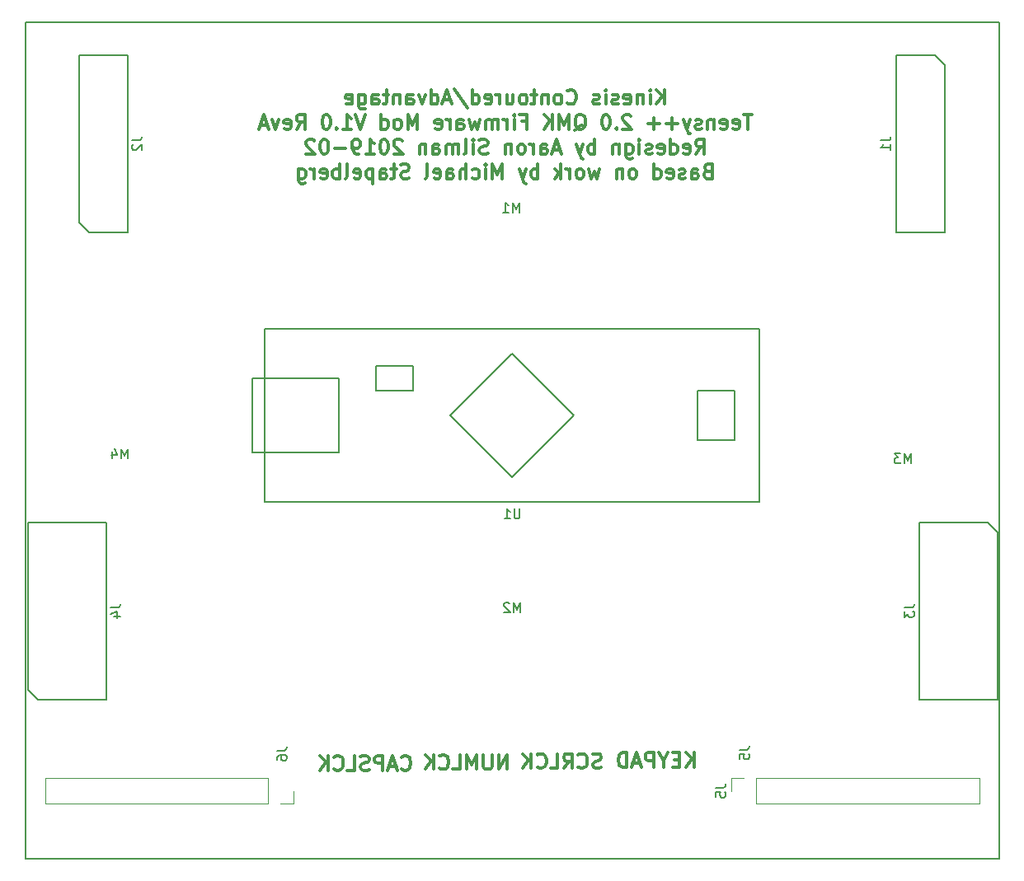
<source format=gbo>
%TF.GenerationSoftware,KiCad,Pcbnew,(5.0.2)-1*%
%TF.CreationDate,2019-02-27T18:32:07-08:00*%
%TF.ProjectId,kicad_port,6b696361-645f-4706-9f72-742e6b696361,rev?*%
%TF.SameCoordinates,Original*%
%TF.FileFunction,Legend,Bot*%
%TF.FilePolarity,Positive*%
%FSLAX46Y46*%
G04 Gerber Fmt 4.6, Leading zero omitted, Abs format (unit mm)*
G04 Created by KiCad (PCBNEW (5.0.2)-1) date 2/27/2019 6:32:07 PM*
%MOMM*%
%LPD*%
G01*
G04 APERTURE LIST*
%ADD10C,0.300000*%
%ADD11C,0.200000*%
%ADD12C,0.150000*%
%ADD13C,0.120000*%
G04 APERTURE END LIST*
D10*
X138650000Y-126735714D02*
X138721428Y-126807142D01*
X138935714Y-126878571D01*
X139078571Y-126878571D01*
X139292857Y-126807142D01*
X139435714Y-126664285D01*
X139507142Y-126521428D01*
X139578571Y-126235714D01*
X139578571Y-126021428D01*
X139507142Y-125735714D01*
X139435714Y-125592857D01*
X139292857Y-125450000D01*
X139078571Y-125378571D01*
X138935714Y-125378571D01*
X138721428Y-125450000D01*
X138650000Y-125521428D01*
X138078571Y-126450000D02*
X137364285Y-126450000D01*
X138221428Y-126878571D02*
X137721428Y-125378571D01*
X137221428Y-126878571D01*
X136721428Y-126878571D02*
X136721428Y-125378571D01*
X136150000Y-125378571D01*
X136007142Y-125450000D01*
X135935714Y-125521428D01*
X135864285Y-125664285D01*
X135864285Y-125878571D01*
X135935714Y-126021428D01*
X136007142Y-126092857D01*
X136150000Y-126164285D01*
X136721428Y-126164285D01*
X135292857Y-126807142D02*
X135078571Y-126878571D01*
X134721428Y-126878571D01*
X134578571Y-126807142D01*
X134507142Y-126735714D01*
X134435714Y-126592857D01*
X134435714Y-126450000D01*
X134507142Y-126307142D01*
X134578571Y-126235714D01*
X134721428Y-126164285D01*
X135007142Y-126092857D01*
X135150000Y-126021428D01*
X135221428Y-125950000D01*
X135292857Y-125807142D01*
X135292857Y-125664285D01*
X135221428Y-125521428D01*
X135150000Y-125450000D01*
X135007142Y-125378571D01*
X134650000Y-125378571D01*
X134435714Y-125450000D01*
X133078571Y-126878571D02*
X133792857Y-126878571D01*
X133792857Y-125378571D01*
X131721428Y-126735714D02*
X131792857Y-126807142D01*
X132007142Y-126878571D01*
X132150000Y-126878571D01*
X132364285Y-126807142D01*
X132507142Y-126664285D01*
X132578571Y-126521428D01*
X132650000Y-126235714D01*
X132650000Y-126021428D01*
X132578571Y-125735714D01*
X132507142Y-125592857D01*
X132364285Y-125450000D01*
X132150000Y-125378571D01*
X132007142Y-125378571D01*
X131792857Y-125450000D01*
X131721428Y-125521428D01*
X131078571Y-126878571D02*
X131078571Y-125378571D01*
X130221428Y-126878571D02*
X130864285Y-126021428D01*
X130221428Y-125378571D02*
X131078571Y-126235714D01*
X149478571Y-126778571D02*
X149478571Y-125278571D01*
X148621428Y-126778571D01*
X148621428Y-125278571D01*
X147907142Y-125278571D02*
X147907142Y-126492857D01*
X147835714Y-126635714D01*
X147764285Y-126707142D01*
X147621428Y-126778571D01*
X147335714Y-126778571D01*
X147192857Y-126707142D01*
X147121428Y-126635714D01*
X147050000Y-126492857D01*
X147050000Y-125278571D01*
X146335714Y-126778571D02*
X146335714Y-125278571D01*
X145835714Y-126350000D01*
X145335714Y-125278571D01*
X145335714Y-126778571D01*
X143907142Y-126778571D02*
X144621428Y-126778571D01*
X144621428Y-125278571D01*
X142550000Y-126635714D02*
X142621428Y-126707142D01*
X142835714Y-126778571D01*
X142978571Y-126778571D01*
X143192857Y-126707142D01*
X143335714Y-126564285D01*
X143407142Y-126421428D01*
X143478571Y-126135714D01*
X143478571Y-125921428D01*
X143407142Y-125635714D01*
X143335714Y-125492857D01*
X143192857Y-125350000D01*
X142978571Y-125278571D01*
X142835714Y-125278571D01*
X142621428Y-125350000D01*
X142550000Y-125421428D01*
X141907142Y-126778571D02*
X141907142Y-125278571D01*
X141050000Y-126778571D02*
X141692857Y-125921428D01*
X141050000Y-125278571D02*
X141907142Y-126135714D01*
X159135714Y-126607142D02*
X158921428Y-126678571D01*
X158564285Y-126678571D01*
X158421428Y-126607142D01*
X158350000Y-126535714D01*
X158278571Y-126392857D01*
X158278571Y-126250000D01*
X158350000Y-126107142D01*
X158421428Y-126035714D01*
X158564285Y-125964285D01*
X158850000Y-125892857D01*
X158992857Y-125821428D01*
X159064285Y-125750000D01*
X159135714Y-125607142D01*
X159135714Y-125464285D01*
X159064285Y-125321428D01*
X158992857Y-125250000D01*
X158850000Y-125178571D01*
X158492857Y-125178571D01*
X158278571Y-125250000D01*
X156778571Y-126535714D02*
X156850000Y-126607142D01*
X157064285Y-126678571D01*
X157207142Y-126678571D01*
X157421428Y-126607142D01*
X157564285Y-126464285D01*
X157635714Y-126321428D01*
X157707142Y-126035714D01*
X157707142Y-125821428D01*
X157635714Y-125535714D01*
X157564285Y-125392857D01*
X157421428Y-125250000D01*
X157207142Y-125178571D01*
X157064285Y-125178571D01*
X156850000Y-125250000D01*
X156778571Y-125321428D01*
X155278571Y-126678571D02*
X155778571Y-125964285D01*
X156135714Y-126678571D02*
X156135714Y-125178571D01*
X155564285Y-125178571D01*
X155421428Y-125250000D01*
X155350000Y-125321428D01*
X155278571Y-125464285D01*
X155278571Y-125678571D01*
X155350000Y-125821428D01*
X155421428Y-125892857D01*
X155564285Y-125964285D01*
X156135714Y-125964285D01*
X153921428Y-126678571D02*
X154635714Y-126678571D01*
X154635714Y-125178571D01*
X152564285Y-126535714D02*
X152635714Y-126607142D01*
X152850000Y-126678571D01*
X152992857Y-126678571D01*
X153207142Y-126607142D01*
X153350000Y-126464285D01*
X153421428Y-126321428D01*
X153492857Y-126035714D01*
X153492857Y-125821428D01*
X153421428Y-125535714D01*
X153350000Y-125392857D01*
X153207142Y-125250000D01*
X152992857Y-125178571D01*
X152850000Y-125178571D01*
X152635714Y-125250000D01*
X152564285Y-125321428D01*
X151921428Y-126678571D02*
X151921428Y-125178571D01*
X151064285Y-126678571D02*
X151707142Y-125821428D01*
X151064285Y-125178571D02*
X151921428Y-126035714D01*
X168657142Y-126578571D02*
X168657142Y-125078571D01*
X167800000Y-126578571D02*
X168442857Y-125721428D01*
X167800000Y-125078571D02*
X168657142Y-125935714D01*
X167157142Y-125792857D02*
X166657142Y-125792857D01*
X166442857Y-126578571D02*
X167157142Y-126578571D01*
X167157142Y-125078571D01*
X166442857Y-125078571D01*
X165514285Y-125864285D02*
X165514285Y-126578571D01*
X166014285Y-125078571D02*
X165514285Y-125864285D01*
X165014285Y-125078571D01*
X164514285Y-126578571D02*
X164514285Y-125078571D01*
X163942857Y-125078571D01*
X163800000Y-125150000D01*
X163728571Y-125221428D01*
X163657142Y-125364285D01*
X163657142Y-125578571D01*
X163728571Y-125721428D01*
X163800000Y-125792857D01*
X163942857Y-125864285D01*
X164514285Y-125864285D01*
X163085714Y-126150000D02*
X162371428Y-126150000D01*
X163228571Y-126578571D02*
X162728571Y-125078571D01*
X162228571Y-126578571D01*
X161728571Y-126578571D02*
X161728571Y-125078571D01*
X161371428Y-125078571D01*
X161157142Y-125150000D01*
X161014285Y-125292857D01*
X160942857Y-125435714D01*
X160871428Y-125721428D01*
X160871428Y-125935714D01*
X160942857Y-126221428D01*
X161014285Y-126364285D01*
X161157142Y-126507142D01*
X161371428Y-126578571D01*
X161728571Y-126578571D01*
X165657142Y-58453571D02*
X165657142Y-56953571D01*
X164800000Y-58453571D02*
X165442857Y-57596428D01*
X164800000Y-56953571D02*
X165657142Y-57810714D01*
X164157142Y-58453571D02*
X164157142Y-57453571D01*
X164157142Y-56953571D02*
X164228571Y-57025000D01*
X164157142Y-57096428D01*
X164085714Y-57025000D01*
X164157142Y-56953571D01*
X164157142Y-57096428D01*
X163442857Y-57453571D02*
X163442857Y-58453571D01*
X163442857Y-57596428D02*
X163371428Y-57525000D01*
X163228571Y-57453571D01*
X163014285Y-57453571D01*
X162871428Y-57525000D01*
X162800000Y-57667857D01*
X162800000Y-58453571D01*
X161514285Y-58382142D02*
X161657142Y-58453571D01*
X161942857Y-58453571D01*
X162085714Y-58382142D01*
X162157142Y-58239285D01*
X162157142Y-57667857D01*
X162085714Y-57525000D01*
X161942857Y-57453571D01*
X161657142Y-57453571D01*
X161514285Y-57525000D01*
X161442857Y-57667857D01*
X161442857Y-57810714D01*
X162157142Y-57953571D01*
X160871428Y-58382142D02*
X160728571Y-58453571D01*
X160442857Y-58453571D01*
X160300000Y-58382142D01*
X160228571Y-58239285D01*
X160228571Y-58167857D01*
X160300000Y-58025000D01*
X160442857Y-57953571D01*
X160657142Y-57953571D01*
X160800000Y-57882142D01*
X160871428Y-57739285D01*
X160871428Y-57667857D01*
X160800000Y-57525000D01*
X160657142Y-57453571D01*
X160442857Y-57453571D01*
X160300000Y-57525000D01*
X159585714Y-58453571D02*
X159585714Y-57453571D01*
X159585714Y-56953571D02*
X159657142Y-57025000D01*
X159585714Y-57096428D01*
X159514285Y-57025000D01*
X159585714Y-56953571D01*
X159585714Y-57096428D01*
X158942857Y-58382142D02*
X158800000Y-58453571D01*
X158514285Y-58453571D01*
X158371428Y-58382142D01*
X158300000Y-58239285D01*
X158300000Y-58167857D01*
X158371428Y-58025000D01*
X158514285Y-57953571D01*
X158728571Y-57953571D01*
X158871428Y-57882142D01*
X158942857Y-57739285D01*
X158942857Y-57667857D01*
X158871428Y-57525000D01*
X158728571Y-57453571D01*
X158514285Y-57453571D01*
X158371428Y-57525000D01*
X155657142Y-58310714D02*
X155728571Y-58382142D01*
X155942857Y-58453571D01*
X156085714Y-58453571D01*
X156300000Y-58382142D01*
X156442857Y-58239285D01*
X156514285Y-58096428D01*
X156585714Y-57810714D01*
X156585714Y-57596428D01*
X156514285Y-57310714D01*
X156442857Y-57167857D01*
X156300000Y-57025000D01*
X156085714Y-56953571D01*
X155942857Y-56953571D01*
X155728571Y-57025000D01*
X155657142Y-57096428D01*
X154800000Y-58453571D02*
X154942857Y-58382142D01*
X155014285Y-58310714D01*
X155085714Y-58167857D01*
X155085714Y-57739285D01*
X155014285Y-57596428D01*
X154942857Y-57525000D01*
X154800000Y-57453571D01*
X154585714Y-57453571D01*
X154442857Y-57525000D01*
X154371428Y-57596428D01*
X154300000Y-57739285D01*
X154300000Y-58167857D01*
X154371428Y-58310714D01*
X154442857Y-58382142D01*
X154585714Y-58453571D01*
X154800000Y-58453571D01*
X153657142Y-57453571D02*
X153657142Y-58453571D01*
X153657142Y-57596428D02*
X153585714Y-57525000D01*
X153442857Y-57453571D01*
X153228571Y-57453571D01*
X153085714Y-57525000D01*
X153014285Y-57667857D01*
X153014285Y-58453571D01*
X152514285Y-57453571D02*
X151942857Y-57453571D01*
X152300000Y-56953571D02*
X152300000Y-58239285D01*
X152228571Y-58382142D01*
X152085714Y-58453571D01*
X151942857Y-58453571D01*
X151228571Y-58453571D02*
X151371428Y-58382142D01*
X151442857Y-58310714D01*
X151514285Y-58167857D01*
X151514285Y-57739285D01*
X151442857Y-57596428D01*
X151371428Y-57525000D01*
X151228571Y-57453571D01*
X151014285Y-57453571D01*
X150871428Y-57525000D01*
X150800000Y-57596428D01*
X150728571Y-57739285D01*
X150728571Y-58167857D01*
X150800000Y-58310714D01*
X150871428Y-58382142D01*
X151014285Y-58453571D01*
X151228571Y-58453571D01*
X149442857Y-57453571D02*
X149442857Y-58453571D01*
X150085714Y-57453571D02*
X150085714Y-58239285D01*
X150014285Y-58382142D01*
X149871428Y-58453571D01*
X149657142Y-58453571D01*
X149514285Y-58382142D01*
X149442857Y-58310714D01*
X148728571Y-58453571D02*
X148728571Y-57453571D01*
X148728571Y-57739285D02*
X148657142Y-57596428D01*
X148585714Y-57525000D01*
X148442857Y-57453571D01*
X148300000Y-57453571D01*
X147228571Y-58382142D02*
X147371428Y-58453571D01*
X147657142Y-58453571D01*
X147800000Y-58382142D01*
X147871428Y-58239285D01*
X147871428Y-57667857D01*
X147800000Y-57525000D01*
X147657142Y-57453571D01*
X147371428Y-57453571D01*
X147228571Y-57525000D01*
X147157142Y-57667857D01*
X147157142Y-57810714D01*
X147871428Y-57953571D01*
X145871428Y-58453571D02*
X145871428Y-56953571D01*
X145871428Y-58382142D02*
X146014285Y-58453571D01*
X146300000Y-58453571D01*
X146442857Y-58382142D01*
X146514285Y-58310714D01*
X146585714Y-58167857D01*
X146585714Y-57739285D01*
X146514285Y-57596428D01*
X146442857Y-57525000D01*
X146300000Y-57453571D01*
X146014285Y-57453571D01*
X145871428Y-57525000D01*
X144085714Y-56882142D02*
X145371428Y-58810714D01*
X143657142Y-58025000D02*
X142942857Y-58025000D01*
X143800000Y-58453571D02*
X143300000Y-56953571D01*
X142800000Y-58453571D01*
X141657142Y-58453571D02*
X141657142Y-56953571D01*
X141657142Y-58382142D02*
X141800000Y-58453571D01*
X142085714Y-58453571D01*
X142228571Y-58382142D01*
X142300000Y-58310714D01*
X142371428Y-58167857D01*
X142371428Y-57739285D01*
X142300000Y-57596428D01*
X142228571Y-57525000D01*
X142085714Y-57453571D01*
X141800000Y-57453571D01*
X141657142Y-57525000D01*
X141085714Y-57453571D02*
X140728571Y-58453571D01*
X140371428Y-57453571D01*
X139157142Y-58453571D02*
X139157142Y-57667857D01*
X139228571Y-57525000D01*
X139371428Y-57453571D01*
X139657142Y-57453571D01*
X139800000Y-57525000D01*
X139157142Y-58382142D02*
X139300000Y-58453571D01*
X139657142Y-58453571D01*
X139800000Y-58382142D01*
X139871428Y-58239285D01*
X139871428Y-58096428D01*
X139800000Y-57953571D01*
X139657142Y-57882142D01*
X139300000Y-57882142D01*
X139157142Y-57810714D01*
X138442857Y-57453571D02*
X138442857Y-58453571D01*
X138442857Y-57596428D02*
X138371428Y-57525000D01*
X138228571Y-57453571D01*
X138014285Y-57453571D01*
X137871428Y-57525000D01*
X137800000Y-57667857D01*
X137800000Y-58453571D01*
X137300000Y-57453571D02*
X136728571Y-57453571D01*
X137085714Y-56953571D02*
X137085714Y-58239285D01*
X137014285Y-58382142D01*
X136871428Y-58453571D01*
X136728571Y-58453571D01*
X135585714Y-58453571D02*
X135585714Y-57667857D01*
X135657142Y-57525000D01*
X135800000Y-57453571D01*
X136085714Y-57453571D01*
X136228571Y-57525000D01*
X135585714Y-58382142D02*
X135728571Y-58453571D01*
X136085714Y-58453571D01*
X136228571Y-58382142D01*
X136300000Y-58239285D01*
X136300000Y-58096428D01*
X136228571Y-57953571D01*
X136085714Y-57882142D01*
X135728571Y-57882142D01*
X135585714Y-57810714D01*
X134228571Y-57453571D02*
X134228571Y-58667857D01*
X134300000Y-58810714D01*
X134371428Y-58882142D01*
X134514285Y-58953571D01*
X134728571Y-58953571D01*
X134871428Y-58882142D01*
X134228571Y-58382142D02*
X134371428Y-58453571D01*
X134657142Y-58453571D01*
X134800000Y-58382142D01*
X134871428Y-58310714D01*
X134942857Y-58167857D01*
X134942857Y-57739285D01*
X134871428Y-57596428D01*
X134800000Y-57525000D01*
X134657142Y-57453571D01*
X134371428Y-57453571D01*
X134228571Y-57525000D01*
X132942857Y-58382142D02*
X133085714Y-58453571D01*
X133371428Y-58453571D01*
X133514285Y-58382142D01*
X133585714Y-58239285D01*
X133585714Y-57667857D01*
X133514285Y-57525000D01*
X133371428Y-57453571D01*
X133085714Y-57453571D01*
X132942857Y-57525000D01*
X132871428Y-57667857D01*
X132871428Y-57810714D01*
X133585714Y-57953571D01*
X174621428Y-59503571D02*
X173764285Y-59503571D01*
X174192857Y-61003571D02*
X174192857Y-59503571D01*
X172692857Y-60932142D02*
X172835714Y-61003571D01*
X173121428Y-61003571D01*
X173264285Y-60932142D01*
X173335714Y-60789285D01*
X173335714Y-60217857D01*
X173264285Y-60075000D01*
X173121428Y-60003571D01*
X172835714Y-60003571D01*
X172692857Y-60075000D01*
X172621428Y-60217857D01*
X172621428Y-60360714D01*
X173335714Y-60503571D01*
X171407142Y-60932142D02*
X171550000Y-61003571D01*
X171835714Y-61003571D01*
X171978571Y-60932142D01*
X172050000Y-60789285D01*
X172050000Y-60217857D01*
X171978571Y-60075000D01*
X171835714Y-60003571D01*
X171550000Y-60003571D01*
X171407142Y-60075000D01*
X171335714Y-60217857D01*
X171335714Y-60360714D01*
X172050000Y-60503571D01*
X170692857Y-60003571D02*
X170692857Y-61003571D01*
X170692857Y-60146428D02*
X170621428Y-60075000D01*
X170478571Y-60003571D01*
X170264285Y-60003571D01*
X170121428Y-60075000D01*
X170050000Y-60217857D01*
X170050000Y-61003571D01*
X169407142Y-60932142D02*
X169264285Y-61003571D01*
X168978571Y-61003571D01*
X168835714Y-60932142D01*
X168764285Y-60789285D01*
X168764285Y-60717857D01*
X168835714Y-60575000D01*
X168978571Y-60503571D01*
X169192857Y-60503571D01*
X169335714Y-60432142D01*
X169407142Y-60289285D01*
X169407142Y-60217857D01*
X169335714Y-60075000D01*
X169192857Y-60003571D01*
X168978571Y-60003571D01*
X168835714Y-60075000D01*
X168264285Y-60003571D02*
X167907142Y-61003571D01*
X167550000Y-60003571D02*
X167907142Y-61003571D01*
X168050000Y-61360714D01*
X168121428Y-61432142D01*
X168264285Y-61503571D01*
X166978571Y-60432142D02*
X165835714Y-60432142D01*
X166407142Y-61003571D02*
X166407142Y-59860714D01*
X165121428Y-60432142D02*
X163978571Y-60432142D01*
X164550000Y-61003571D02*
X164550000Y-59860714D01*
X162192857Y-59646428D02*
X162121428Y-59575000D01*
X161978571Y-59503571D01*
X161621428Y-59503571D01*
X161478571Y-59575000D01*
X161407142Y-59646428D01*
X161335714Y-59789285D01*
X161335714Y-59932142D01*
X161407142Y-60146428D01*
X162264285Y-61003571D01*
X161335714Y-61003571D01*
X160692857Y-60860714D02*
X160621428Y-60932142D01*
X160692857Y-61003571D01*
X160764285Y-60932142D01*
X160692857Y-60860714D01*
X160692857Y-61003571D01*
X159692857Y-59503571D02*
X159550000Y-59503571D01*
X159407142Y-59575000D01*
X159335714Y-59646428D01*
X159264285Y-59789285D01*
X159192857Y-60075000D01*
X159192857Y-60432142D01*
X159264285Y-60717857D01*
X159335714Y-60860714D01*
X159407142Y-60932142D01*
X159550000Y-61003571D01*
X159692857Y-61003571D01*
X159835714Y-60932142D01*
X159907142Y-60860714D01*
X159978571Y-60717857D01*
X160050000Y-60432142D01*
X160050000Y-60075000D01*
X159978571Y-59789285D01*
X159907142Y-59646428D01*
X159835714Y-59575000D01*
X159692857Y-59503571D01*
X156407142Y-61146428D02*
X156550000Y-61075000D01*
X156692857Y-60932142D01*
X156907142Y-60717857D01*
X157050000Y-60646428D01*
X157192857Y-60646428D01*
X157121428Y-61003571D02*
X157264285Y-60932142D01*
X157407142Y-60789285D01*
X157478571Y-60503571D01*
X157478571Y-60003571D01*
X157407142Y-59717857D01*
X157264285Y-59575000D01*
X157121428Y-59503571D01*
X156835714Y-59503571D01*
X156692857Y-59575000D01*
X156550000Y-59717857D01*
X156478571Y-60003571D01*
X156478571Y-60503571D01*
X156550000Y-60789285D01*
X156692857Y-60932142D01*
X156835714Y-61003571D01*
X157121428Y-61003571D01*
X155835714Y-61003571D02*
X155835714Y-59503571D01*
X155335714Y-60575000D01*
X154835714Y-59503571D01*
X154835714Y-61003571D01*
X154121428Y-61003571D02*
X154121428Y-59503571D01*
X153264285Y-61003571D02*
X153907142Y-60146428D01*
X153264285Y-59503571D02*
X154121428Y-60360714D01*
X150978571Y-60217857D02*
X151478571Y-60217857D01*
X151478571Y-61003571D02*
X151478571Y-59503571D01*
X150764285Y-59503571D01*
X150192857Y-61003571D02*
X150192857Y-60003571D01*
X150192857Y-59503571D02*
X150264285Y-59575000D01*
X150192857Y-59646428D01*
X150121428Y-59575000D01*
X150192857Y-59503571D01*
X150192857Y-59646428D01*
X149478571Y-61003571D02*
X149478571Y-60003571D01*
X149478571Y-60289285D02*
X149407142Y-60146428D01*
X149335714Y-60075000D01*
X149192857Y-60003571D01*
X149050000Y-60003571D01*
X148550000Y-61003571D02*
X148550000Y-60003571D01*
X148550000Y-60146428D02*
X148478571Y-60075000D01*
X148335714Y-60003571D01*
X148121428Y-60003571D01*
X147978571Y-60075000D01*
X147907142Y-60217857D01*
X147907142Y-61003571D01*
X147907142Y-60217857D02*
X147835714Y-60075000D01*
X147692857Y-60003571D01*
X147478571Y-60003571D01*
X147335714Y-60075000D01*
X147264285Y-60217857D01*
X147264285Y-61003571D01*
X146692857Y-60003571D02*
X146407142Y-61003571D01*
X146121428Y-60289285D01*
X145835714Y-61003571D01*
X145550000Y-60003571D01*
X144335714Y-61003571D02*
X144335714Y-60217857D01*
X144407142Y-60075000D01*
X144550000Y-60003571D01*
X144835714Y-60003571D01*
X144978571Y-60075000D01*
X144335714Y-60932142D02*
X144478571Y-61003571D01*
X144835714Y-61003571D01*
X144978571Y-60932142D01*
X145050000Y-60789285D01*
X145050000Y-60646428D01*
X144978571Y-60503571D01*
X144835714Y-60432142D01*
X144478571Y-60432142D01*
X144335714Y-60360714D01*
X143621428Y-61003571D02*
X143621428Y-60003571D01*
X143621428Y-60289285D02*
X143550000Y-60146428D01*
X143478571Y-60075000D01*
X143335714Y-60003571D01*
X143192857Y-60003571D01*
X142121428Y-60932142D02*
X142264285Y-61003571D01*
X142550000Y-61003571D01*
X142692857Y-60932142D01*
X142764285Y-60789285D01*
X142764285Y-60217857D01*
X142692857Y-60075000D01*
X142550000Y-60003571D01*
X142264285Y-60003571D01*
X142121428Y-60075000D01*
X142050000Y-60217857D01*
X142050000Y-60360714D01*
X142764285Y-60503571D01*
X140264285Y-61003571D02*
X140264285Y-59503571D01*
X139764285Y-60575000D01*
X139264285Y-59503571D01*
X139264285Y-61003571D01*
X138335714Y-61003571D02*
X138478571Y-60932142D01*
X138550000Y-60860714D01*
X138621428Y-60717857D01*
X138621428Y-60289285D01*
X138550000Y-60146428D01*
X138478571Y-60075000D01*
X138335714Y-60003571D01*
X138121428Y-60003571D01*
X137978571Y-60075000D01*
X137907142Y-60146428D01*
X137835714Y-60289285D01*
X137835714Y-60717857D01*
X137907142Y-60860714D01*
X137978571Y-60932142D01*
X138121428Y-61003571D01*
X138335714Y-61003571D01*
X136550000Y-61003571D02*
X136550000Y-59503571D01*
X136550000Y-60932142D02*
X136692857Y-61003571D01*
X136978571Y-61003571D01*
X137121428Y-60932142D01*
X137192857Y-60860714D01*
X137264285Y-60717857D01*
X137264285Y-60289285D01*
X137192857Y-60146428D01*
X137121428Y-60075000D01*
X136978571Y-60003571D01*
X136692857Y-60003571D01*
X136550000Y-60075000D01*
X134907142Y-59503571D02*
X134407142Y-61003571D01*
X133907142Y-59503571D01*
X132621428Y-61003571D02*
X133478571Y-61003571D01*
X133050000Y-61003571D02*
X133050000Y-59503571D01*
X133192857Y-59717857D01*
X133335714Y-59860714D01*
X133478571Y-59932142D01*
X131978571Y-60860714D02*
X131907142Y-60932142D01*
X131978571Y-61003571D01*
X132050000Y-60932142D01*
X131978571Y-60860714D01*
X131978571Y-61003571D01*
X130978571Y-59503571D02*
X130835714Y-59503571D01*
X130692857Y-59575000D01*
X130621428Y-59646428D01*
X130550000Y-59789285D01*
X130478571Y-60075000D01*
X130478571Y-60432142D01*
X130550000Y-60717857D01*
X130621428Y-60860714D01*
X130692857Y-60932142D01*
X130835714Y-61003571D01*
X130978571Y-61003571D01*
X131121428Y-60932142D01*
X131192857Y-60860714D01*
X131264285Y-60717857D01*
X131335714Y-60432142D01*
X131335714Y-60075000D01*
X131264285Y-59789285D01*
X131192857Y-59646428D01*
X131121428Y-59575000D01*
X130978571Y-59503571D01*
X127835714Y-61003571D02*
X128335714Y-60289285D01*
X128692857Y-61003571D02*
X128692857Y-59503571D01*
X128121428Y-59503571D01*
X127978571Y-59575000D01*
X127907142Y-59646428D01*
X127835714Y-59789285D01*
X127835714Y-60003571D01*
X127907142Y-60146428D01*
X127978571Y-60217857D01*
X128121428Y-60289285D01*
X128692857Y-60289285D01*
X126621428Y-60932142D02*
X126764285Y-61003571D01*
X127050000Y-61003571D01*
X127192857Y-60932142D01*
X127264285Y-60789285D01*
X127264285Y-60217857D01*
X127192857Y-60075000D01*
X127050000Y-60003571D01*
X126764285Y-60003571D01*
X126621428Y-60075000D01*
X126550000Y-60217857D01*
X126550000Y-60360714D01*
X127264285Y-60503571D01*
X126050000Y-60003571D02*
X125692857Y-61003571D01*
X125335714Y-60003571D01*
X124835714Y-60575000D02*
X124121428Y-60575000D01*
X124978571Y-61003571D02*
X124478571Y-59503571D01*
X123978571Y-61003571D01*
X168835714Y-63553571D02*
X169335714Y-62839285D01*
X169692857Y-63553571D02*
X169692857Y-62053571D01*
X169121428Y-62053571D01*
X168978571Y-62125000D01*
X168907142Y-62196428D01*
X168835714Y-62339285D01*
X168835714Y-62553571D01*
X168907142Y-62696428D01*
X168978571Y-62767857D01*
X169121428Y-62839285D01*
X169692857Y-62839285D01*
X167621428Y-63482142D02*
X167764285Y-63553571D01*
X168050000Y-63553571D01*
X168192857Y-63482142D01*
X168264285Y-63339285D01*
X168264285Y-62767857D01*
X168192857Y-62625000D01*
X168050000Y-62553571D01*
X167764285Y-62553571D01*
X167621428Y-62625000D01*
X167550000Y-62767857D01*
X167550000Y-62910714D01*
X168264285Y-63053571D01*
X166264285Y-63553571D02*
X166264285Y-62053571D01*
X166264285Y-63482142D02*
X166407142Y-63553571D01*
X166692857Y-63553571D01*
X166835714Y-63482142D01*
X166907142Y-63410714D01*
X166978571Y-63267857D01*
X166978571Y-62839285D01*
X166907142Y-62696428D01*
X166835714Y-62625000D01*
X166692857Y-62553571D01*
X166407142Y-62553571D01*
X166264285Y-62625000D01*
X164978571Y-63482142D02*
X165121428Y-63553571D01*
X165407142Y-63553571D01*
X165550000Y-63482142D01*
X165621428Y-63339285D01*
X165621428Y-62767857D01*
X165550000Y-62625000D01*
X165407142Y-62553571D01*
X165121428Y-62553571D01*
X164978571Y-62625000D01*
X164907142Y-62767857D01*
X164907142Y-62910714D01*
X165621428Y-63053571D01*
X164335714Y-63482142D02*
X164192857Y-63553571D01*
X163907142Y-63553571D01*
X163764285Y-63482142D01*
X163692857Y-63339285D01*
X163692857Y-63267857D01*
X163764285Y-63125000D01*
X163907142Y-63053571D01*
X164121428Y-63053571D01*
X164264285Y-62982142D01*
X164335714Y-62839285D01*
X164335714Y-62767857D01*
X164264285Y-62625000D01*
X164121428Y-62553571D01*
X163907142Y-62553571D01*
X163764285Y-62625000D01*
X163050000Y-63553571D02*
X163050000Y-62553571D01*
X163050000Y-62053571D02*
X163121428Y-62125000D01*
X163050000Y-62196428D01*
X162978571Y-62125000D01*
X163050000Y-62053571D01*
X163050000Y-62196428D01*
X161692857Y-62553571D02*
X161692857Y-63767857D01*
X161764285Y-63910714D01*
X161835714Y-63982142D01*
X161978571Y-64053571D01*
X162192857Y-64053571D01*
X162335714Y-63982142D01*
X161692857Y-63482142D02*
X161835714Y-63553571D01*
X162121428Y-63553571D01*
X162264285Y-63482142D01*
X162335714Y-63410714D01*
X162407142Y-63267857D01*
X162407142Y-62839285D01*
X162335714Y-62696428D01*
X162264285Y-62625000D01*
X162121428Y-62553571D01*
X161835714Y-62553571D01*
X161692857Y-62625000D01*
X160978571Y-62553571D02*
X160978571Y-63553571D01*
X160978571Y-62696428D02*
X160907142Y-62625000D01*
X160764285Y-62553571D01*
X160550000Y-62553571D01*
X160407142Y-62625000D01*
X160335714Y-62767857D01*
X160335714Y-63553571D01*
X158478571Y-63553571D02*
X158478571Y-62053571D01*
X158478571Y-62625000D02*
X158335714Y-62553571D01*
X158050000Y-62553571D01*
X157907142Y-62625000D01*
X157835714Y-62696428D01*
X157764285Y-62839285D01*
X157764285Y-63267857D01*
X157835714Y-63410714D01*
X157907142Y-63482142D01*
X158050000Y-63553571D01*
X158335714Y-63553571D01*
X158478571Y-63482142D01*
X157264285Y-62553571D02*
X156907142Y-63553571D01*
X156550000Y-62553571D02*
X156907142Y-63553571D01*
X157050000Y-63910714D01*
X157121428Y-63982142D01*
X157264285Y-64053571D01*
X154907142Y-63125000D02*
X154192857Y-63125000D01*
X155050000Y-63553571D02*
X154550000Y-62053571D01*
X154050000Y-63553571D01*
X152907142Y-63553571D02*
X152907142Y-62767857D01*
X152978571Y-62625000D01*
X153121428Y-62553571D01*
X153407142Y-62553571D01*
X153550000Y-62625000D01*
X152907142Y-63482142D02*
X153050000Y-63553571D01*
X153407142Y-63553571D01*
X153550000Y-63482142D01*
X153621428Y-63339285D01*
X153621428Y-63196428D01*
X153550000Y-63053571D01*
X153407142Y-62982142D01*
X153050000Y-62982142D01*
X152907142Y-62910714D01*
X152192857Y-63553571D02*
X152192857Y-62553571D01*
X152192857Y-62839285D02*
X152121428Y-62696428D01*
X152050000Y-62625000D01*
X151907142Y-62553571D01*
X151764285Y-62553571D01*
X151050000Y-63553571D02*
X151192857Y-63482142D01*
X151264285Y-63410714D01*
X151335714Y-63267857D01*
X151335714Y-62839285D01*
X151264285Y-62696428D01*
X151192857Y-62625000D01*
X151050000Y-62553571D01*
X150835714Y-62553571D01*
X150692857Y-62625000D01*
X150621428Y-62696428D01*
X150550000Y-62839285D01*
X150550000Y-63267857D01*
X150621428Y-63410714D01*
X150692857Y-63482142D01*
X150835714Y-63553571D01*
X151050000Y-63553571D01*
X149907142Y-62553571D02*
X149907142Y-63553571D01*
X149907142Y-62696428D02*
X149835714Y-62625000D01*
X149692857Y-62553571D01*
X149478571Y-62553571D01*
X149335714Y-62625000D01*
X149264285Y-62767857D01*
X149264285Y-63553571D01*
X147478571Y-63482142D02*
X147264285Y-63553571D01*
X146907142Y-63553571D01*
X146764285Y-63482142D01*
X146692857Y-63410714D01*
X146621428Y-63267857D01*
X146621428Y-63125000D01*
X146692857Y-62982142D01*
X146764285Y-62910714D01*
X146907142Y-62839285D01*
X147192857Y-62767857D01*
X147335714Y-62696428D01*
X147407142Y-62625000D01*
X147478571Y-62482142D01*
X147478571Y-62339285D01*
X147407142Y-62196428D01*
X147335714Y-62125000D01*
X147192857Y-62053571D01*
X146835714Y-62053571D01*
X146621428Y-62125000D01*
X145978571Y-63553571D02*
X145978571Y-62553571D01*
X145978571Y-62053571D02*
X146050000Y-62125000D01*
X145978571Y-62196428D01*
X145907142Y-62125000D01*
X145978571Y-62053571D01*
X145978571Y-62196428D01*
X145050000Y-63553571D02*
X145192857Y-63482142D01*
X145264285Y-63339285D01*
X145264285Y-62053571D01*
X144478571Y-63553571D02*
X144478571Y-62553571D01*
X144478571Y-62696428D02*
X144407142Y-62625000D01*
X144264285Y-62553571D01*
X144050000Y-62553571D01*
X143907142Y-62625000D01*
X143835714Y-62767857D01*
X143835714Y-63553571D01*
X143835714Y-62767857D02*
X143764285Y-62625000D01*
X143621428Y-62553571D01*
X143407142Y-62553571D01*
X143264285Y-62625000D01*
X143192857Y-62767857D01*
X143192857Y-63553571D01*
X141835714Y-63553571D02*
X141835714Y-62767857D01*
X141907142Y-62625000D01*
X142050000Y-62553571D01*
X142335714Y-62553571D01*
X142478571Y-62625000D01*
X141835714Y-63482142D02*
X141978571Y-63553571D01*
X142335714Y-63553571D01*
X142478571Y-63482142D01*
X142550000Y-63339285D01*
X142550000Y-63196428D01*
X142478571Y-63053571D01*
X142335714Y-62982142D01*
X141978571Y-62982142D01*
X141835714Y-62910714D01*
X141121428Y-62553571D02*
X141121428Y-63553571D01*
X141121428Y-62696428D02*
X141050000Y-62625000D01*
X140907142Y-62553571D01*
X140692857Y-62553571D01*
X140550000Y-62625000D01*
X140478571Y-62767857D01*
X140478571Y-63553571D01*
X138692857Y-62196428D02*
X138621428Y-62125000D01*
X138478571Y-62053571D01*
X138121428Y-62053571D01*
X137978571Y-62125000D01*
X137907142Y-62196428D01*
X137835714Y-62339285D01*
X137835714Y-62482142D01*
X137907142Y-62696428D01*
X138764285Y-63553571D01*
X137835714Y-63553571D01*
X136907142Y-62053571D02*
X136764285Y-62053571D01*
X136621428Y-62125000D01*
X136550000Y-62196428D01*
X136478571Y-62339285D01*
X136407142Y-62625000D01*
X136407142Y-62982142D01*
X136478571Y-63267857D01*
X136550000Y-63410714D01*
X136621428Y-63482142D01*
X136764285Y-63553571D01*
X136907142Y-63553571D01*
X137050000Y-63482142D01*
X137121428Y-63410714D01*
X137192857Y-63267857D01*
X137264285Y-62982142D01*
X137264285Y-62625000D01*
X137192857Y-62339285D01*
X137121428Y-62196428D01*
X137050000Y-62125000D01*
X136907142Y-62053571D01*
X134978571Y-63553571D02*
X135835714Y-63553571D01*
X135407142Y-63553571D02*
X135407142Y-62053571D01*
X135550000Y-62267857D01*
X135692857Y-62410714D01*
X135835714Y-62482142D01*
X134264285Y-63553571D02*
X133978571Y-63553571D01*
X133835714Y-63482142D01*
X133764285Y-63410714D01*
X133621428Y-63196428D01*
X133550000Y-62910714D01*
X133550000Y-62339285D01*
X133621428Y-62196428D01*
X133692857Y-62125000D01*
X133835714Y-62053571D01*
X134121428Y-62053571D01*
X134264285Y-62125000D01*
X134335714Y-62196428D01*
X134407142Y-62339285D01*
X134407142Y-62696428D01*
X134335714Y-62839285D01*
X134264285Y-62910714D01*
X134121428Y-62982142D01*
X133835714Y-62982142D01*
X133692857Y-62910714D01*
X133621428Y-62839285D01*
X133550000Y-62696428D01*
X132907142Y-62982142D02*
X131764285Y-62982142D01*
X130764285Y-62053571D02*
X130621428Y-62053571D01*
X130478571Y-62125000D01*
X130407142Y-62196428D01*
X130335714Y-62339285D01*
X130264285Y-62625000D01*
X130264285Y-62982142D01*
X130335714Y-63267857D01*
X130407142Y-63410714D01*
X130478571Y-63482142D01*
X130621428Y-63553571D01*
X130764285Y-63553571D01*
X130907142Y-63482142D01*
X130978571Y-63410714D01*
X131050000Y-63267857D01*
X131121428Y-62982142D01*
X131121428Y-62625000D01*
X131050000Y-62339285D01*
X130978571Y-62196428D01*
X130907142Y-62125000D01*
X130764285Y-62053571D01*
X129692857Y-62196428D02*
X129621428Y-62125000D01*
X129478571Y-62053571D01*
X129121428Y-62053571D01*
X128978571Y-62125000D01*
X128907142Y-62196428D01*
X128835714Y-62339285D01*
X128835714Y-62482142D01*
X128907142Y-62696428D01*
X129764285Y-63553571D01*
X128835714Y-63553571D01*
X170050000Y-65317857D02*
X169835714Y-65389285D01*
X169764285Y-65460714D01*
X169692857Y-65603571D01*
X169692857Y-65817857D01*
X169764285Y-65960714D01*
X169835714Y-66032142D01*
X169978571Y-66103571D01*
X170550000Y-66103571D01*
X170550000Y-64603571D01*
X170050000Y-64603571D01*
X169907142Y-64675000D01*
X169835714Y-64746428D01*
X169764285Y-64889285D01*
X169764285Y-65032142D01*
X169835714Y-65175000D01*
X169907142Y-65246428D01*
X170050000Y-65317857D01*
X170550000Y-65317857D01*
X168407142Y-66103571D02*
X168407142Y-65317857D01*
X168478571Y-65175000D01*
X168621428Y-65103571D01*
X168907142Y-65103571D01*
X169050000Y-65175000D01*
X168407142Y-66032142D02*
X168550000Y-66103571D01*
X168907142Y-66103571D01*
X169050000Y-66032142D01*
X169121428Y-65889285D01*
X169121428Y-65746428D01*
X169050000Y-65603571D01*
X168907142Y-65532142D01*
X168550000Y-65532142D01*
X168407142Y-65460714D01*
X167764285Y-66032142D02*
X167621428Y-66103571D01*
X167335714Y-66103571D01*
X167192857Y-66032142D01*
X167121428Y-65889285D01*
X167121428Y-65817857D01*
X167192857Y-65675000D01*
X167335714Y-65603571D01*
X167550000Y-65603571D01*
X167692857Y-65532142D01*
X167764285Y-65389285D01*
X167764285Y-65317857D01*
X167692857Y-65175000D01*
X167550000Y-65103571D01*
X167335714Y-65103571D01*
X167192857Y-65175000D01*
X165907142Y-66032142D02*
X166050000Y-66103571D01*
X166335714Y-66103571D01*
X166478571Y-66032142D01*
X166550000Y-65889285D01*
X166550000Y-65317857D01*
X166478571Y-65175000D01*
X166335714Y-65103571D01*
X166050000Y-65103571D01*
X165907142Y-65175000D01*
X165835714Y-65317857D01*
X165835714Y-65460714D01*
X166550000Y-65603571D01*
X164550000Y-66103571D02*
X164550000Y-64603571D01*
X164550000Y-66032142D02*
X164692857Y-66103571D01*
X164978571Y-66103571D01*
X165121428Y-66032142D01*
X165192857Y-65960714D01*
X165264285Y-65817857D01*
X165264285Y-65389285D01*
X165192857Y-65246428D01*
X165121428Y-65175000D01*
X164978571Y-65103571D01*
X164692857Y-65103571D01*
X164550000Y-65175000D01*
X162478571Y-66103571D02*
X162621428Y-66032142D01*
X162692857Y-65960714D01*
X162764285Y-65817857D01*
X162764285Y-65389285D01*
X162692857Y-65246428D01*
X162621428Y-65175000D01*
X162478571Y-65103571D01*
X162264285Y-65103571D01*
X162121428Y-65175000D01*
X162050000Y-65246428D01*
X161978571Y-65389285D01*
X161978571Y-65817857D01*
X162050000Y-65960714D01*
X162121428Y-66032142D01*
X162264285Y-66103571D01*
X162478571Y-66103571D01*
X161335714Y-65103571D02*
X161335714Y-66103571D01*
X161335714Y-65246428D02*
X161264285Y-65175000D01*
X161121428Y-65103571D01*
X160907142Y-65103571D01*
X160764285Y-65175000D01*
X160692857Y-65317857D01*
X160692857Y-66103571D01*
X158978571Y-65103571D02*
X158692857Y-66103571D01*
X158407142Y-65389285D01*
X158121428Y-66103571D01*
X157835714Y-65103571D01*
X157050000Y-66103571D02*
X157192857Y-66032142D01*
X157264285Y-65960714D01*
X157335714Y-65817857D01*
X157335714Y-65389285D01*
X157264285Y-65246428D01*
X157192857Y-65175000D01*
X157050000Y-65103571D01*
X156835714Y-65103571D01*
X156692857Y-65175000D01*
X156621428Y-65246428D01*
X156550000Y-65389285D01*
X156550000Y-65817857D01*
X156621428Y-65960714D01*
X156692857Y-66032142D01*
X156835714Y-66103571D01*
X157050000Y-66103571D01*
X155907142Y-66103571D02*
X155907142Y-65103571D01*
X155907142Y-65389285D02*
X155835714Y-65246428D01*
X155764285Y-65175000D01*
X155621428Y-65103571D01*
X155478571Y-65103571D01*
X154978571Y-66103571D02*
X154978571Y-64603571D01*
X154835714Y-65532142D02*
X154407142Y-66103571D01*
X154407142Y-65103571D02*
X154978571Y-65675000D01*
X152621428Y-66103571D02*
X152621428Y-64603571D01*
X152621428Y-65175000D02*
X152478571Y-65103571D01*
X152192857Y-65103571D01*
X152050000Y-65175000D01*
X151978571Y-65246428D01*
X151907142Y-65389285D01*
X151907142Y-65817857D01*
X151978571Y-65960714D01*
X152050000Y-66032142D01*
X152192857Y-66103571D01*
X152478571Y-66103571D01*
X152621428Y-66032142D01*
X151407142Y-65103571D02*
X151050000Y-66103571D01*
X150692857Y-65103571D02*
X151050000Y-66103571D01*
X151192857Y-66460714D01*
X151264285Y-66532142D01*
X151407142Y-66603571D01*
X148978571Y-66103571D02*
X148978571Y-64603571D01*
X148478571Y-65675000D01*
X147978571Y-64603571D01*
X147978571Y-66103571D01*
X147264285Y-66103571D02*
X147264285Y-65103571D01*
X147264285Y-64603571D02*
X147335714Y-64675000D01*
X147264285Y-64746428D01*
X147192857Y-64675000D01*
X147264285Y-64603571D01*
X147264285Y-64746428D01*
X145907142Y-66032142D02*
X146050000Y-66103571D01*
X146335714Y-66103571D01*
X146478571Y-66032142D01*
X146550000Y-65960714D01*
X146621428Y-65817857D01*
X146621428Y-65389285D01*
X146550000Y-65246428D01*
X146478571Y-65175000D01*
X146335714Y-65103571D01*
X146050000Y-65103571D01*
X145907142Y-65175000D01*
X145264285Y-66103571D02*
X145264285Y-64603571D01*
X144621428Y-66103571D02*
X144621428Y-65317857D01*
X144692857Y-65175000D01*
X144835714Y-65103571D01*
X145050000Y-65103571D01*
X145192857Y-65175000D01*
X145264285Y-65246428D01*
X143264285Y-66103571D02*
X143264285Y-65317857D01*
X143335714Y-65175000D01*
X143478571Y-65103571D01*
X143764285Y-65103571D01*
X143907142Y-65175000D01*
X143264285Y-66032142D02*
X143407142Y-66103571D01*
X143764285Y-66103571D01*
X143907142Y-66032142D01*
X143978571Y-65889285D01*
X143978571Y-65746428D01*
X143907142Y-65603571D01*
X143764285Y-65532142D01*
X143407142Y-65532142D01*
X143264285Y-65460714D01*
X141978571Y-66032142D02*
X142121428Y-66103571D01*
X142407142Y-66103571D01*
X142550000Y-66032142D01*
X142621428Y-65889285D01*
X142621428Y-65317857D01*
X142550000Y-65175000D01*
X142407142Y-65103571D01*
X142121428Y-65103571D01*
X141978571Y-65175000D01*
X141907142Y-65317857D01*
X141907142Y-65460714D01*
X142621428Y-65603571D01*
X141050000Y-66103571D02*
X141192857Y-66032142D01*
X141264285Y-65889285D01*
X141264285Y-64603571D01*
X139407142Y-66032142D02*
X139192857Y-66103571D01*
X138835714Y-66103571D01*
X138692857Y-66032142D01*
X138621428Y-65960714D01*
X138550000Y-65817857D01*
X138550000Y-65675000D01*
X138621428Y-65532142D01*
X138692857Y-65460714D01*
X138835714Y-65389285D01*
X139121428Y-65317857D01*
X139264285Y-65246428D01*
X139335714Y-65175000D01*
X139407142Y-65032142D01*
X139407142Y-64889285D01*
X139335714Y-64746428D01*
X139264285Y-64675000D01*
X139121428Y-64603571D01*
X138764285Y-64603571D01*
X138550000Y-64675000D01*
X138121428Y-65103571D02*
X137550000Y-65103571D01*
X137907142Y-64603571D02*
X137907142Y-65889285D01*
X137835714Y-66032142D01*
X137692857Y-66103571D01*
X137550000Y-66103571D01*
X136407142Y-66103571D02*
X136407142Y-65317857D01*
X136478571Y-65175000D01*
X136621428Y-65103571D01*
X136907142Y-65103571D01*
X137050000Y-65175000D01*
X136407142Y-66032142D02*
X136550000Y-66103571D01*
X136907142Y-66103571D01*
X137050000Y-66032142D01*
X137121428Y-65889285D01*
X137121428Y-65746428D01*
X137050000Y-65603571D01*
X136907142Y-65532142D01*
X136550000Y-65532142D01*
X136407142Y-65460714D01*
X135692857Y-65103571D02*
X135692857Y-66603571D01*
X135692857Y-65175000D02*
X135550000Y-65103571D01*
X135264285Y-65103571D01*
X135121428Y-65175000D01*
X135050000Y-65246428D01*
X134978571Y-65389285D01*
X134978571Y-65817857D01*
X135050000Y-65960714D01*
X135121428Y-66032142D01*
X135264285Y-66103571D01*
X135550000Y-66103571D01*
X135692857Y-66032142D01*
X133764285Y-66032142D02*
X133907142Y-66103571D01*
X134192857Y-66103571D01*
X134335714Y-66032142D01*
X134407142Y-65889285D01*
X134407142Y-65317857D01*
X134335714Y-65175000D01*
X134192857Y-65103571D01*
X133907142Y-65103571D01*
X133764285Y-65175000D01*
X133692857Y-65317857D01*
X133692857Y-65460714D01*
X134407142Y-65603571D01*
X132835714Y-66103571D02*
X132978571Y-66032142D01*
X133050000Y-65889285D01*
X133050000Y-64603571D01*
X132264285Y-66103571D02*
X132264285Y-64603571D01*
X132264285Y-65175000D02*
X132121428Y-65103571D01*
X131835714Y-65103571D01*
X131692857Y-65175000D01*
X131621428Y-65246428D01*
X131550000Y-65389285D01*
X131550000Y-65817857D01*
X131621428Y-65960714D01*
X131692857Y-66032142D01*
X131835714Y-66103571D01*
X132121428Y-66103571D01*
X132264285Y-66032142D01*
X130335714Y-66032142D02*
X130478571Y-66103571D01*
X130764285Y-66103571D01*
X130907142Y-66032142D01*
X130978571Y-65889285D01*
X130978571Y-65317857D01*
X130907142Y-65175000D01*
X130764285Y-65103571D01*
X130478571Y-65103571D01*
X130335714Y-65175000D01*
X130264285Y-65317857D01*
X130264285Y-65460714D01*
X130978571Y-65603571D01*
X129621428Y-66103571D02*
X129621428Y-65103571D01*
X129621428Y-65389285D02*
X129550000Y-65246428D01*
X129478571Y-65175000D01*
X129335714Y-65103571D01*
X129192857Y-65103571D01*
X128050000Y-65103571D02*
X128050000Y-66317857D01*
X128121428Y-66460714D01*
X128192857Y-66532142D01*
X128335714Y-66603571D01*
X128550000Y-66603571D01*
X128692857Y-66532142D01*
X128050000Y-66032142D02*
X128192857Y-66103571D01*
X128478571Y-66103571D01*
X128621428Y-66032142D01*
X128692857Y-65960714D01*
X128764285Y-65817857D01*
X128764285Y-65389285D01*
X128692857Y-65246428D01*
X128621428Y-65175000D01*
X128478571Y-65103571D01*
X128192857Y-65103571D01*
X128050000Y-65175000D01*
D11*
X100000000Y-50000000D02*
X100000000Y-136000000D01*
X200000000Y-50000000D02*
X100000000Y-50000000D01*
X200000000Y-136000000D02*
X200000000Y-50000000D01*
X100000000Y-136000000D02*
X200000000Y-136000000D01*
D12*
X100300000Y-101400000D02*
X100300000Y-118600000D01*
X108300000Y-101400000D02*
X100300000Y-101400000D01*
X108300000Y-119600000D02*
X108300000Y-101400000D01*
X101300000Y-119600000D02*
X108300000Y-119600000D01*
X100300000Y-118600000D02*
X101300000Y-119600000D01*
X199800000Y-119600000D02*
X199800000Y-102400000D01*
X191800000Y-119600000D02*
X199800000Y-119600000D01*
X191800000Y-101400000D02*
X191800000Y-119600000D01*
X198800000Y-101400000D02*
X191800000Y-101400000D01*
X199800000Y-102400000D02*
X198800000Y-101400000D01*
X194400000Y-71600000D02*
X194400000Y-54400000D01*
X189400000Y-71600000D02*
X194400000Y-71600000D01*
X189400000Y-53400000D02*
X189400000Y-71600000D01*
X193400000Y-53400000D02*
X189400000Y-53400000D01*
X194400000Y-54400000D02*
X193400000Y-53400000D01*
X105500000Y-53400000D02*
X105500000Y-70600000D01*
X110500000Y-53400000D02*
X105500000Y-53400000D01*
X110500000Y-71600000D02*
X110500000Y-53400000D01*
X106500000Y-71600000D02*
X110500000Y-71600000D01*
X105500000Y-70600000D02*
X106500000Y-71600000D01*
X124600000Y-81510000D02*
X124600000Y-99290000D01*
X175400000Y-81510000D02*
X124600000Y-81510000D01*
X175400000Y-99290000D02*
X175400000Y-81510000D01*
X124600000Y-99290000D02*
X175400000Y-99290000D01*
X156350000Y-90400000D02*
X150000000Y-84050000D01*
X150000000Y-96750000D02*
X156350000Y-90400000D01*
X143650000Y-90400000D02*
X150000000Y-96750000D01*
X150000000Y-84050000D02*
X143650000Y-90400000D01*
X172860000Y-92940000D02*
X172860000Y-87860000D01*
X169050000Y-92940000D02*
X172860000Y-92940000D01*
X169050000Y-87860000D02*
X169050000Y-92940000D01*
X172860000Y-87860000D02*
X169050000Y-87860000D01*
X136030000Y-87860000D02*
X136030000Y-85320000D01*
X139840000Y-87860000D02*
X136030000Y-87860000D01*
X139840000Y-86590000D02*
X139840000Y-87860000D01*
X139840000Y-85320000D02*
X139840000Y-86590000D01*
X136030000Y-85320000D02*
X139840000Y-85320000D01*
X132220000Y-86590000D02*
X123330000Y-86590000D01*
X132220000Y-94210000D02*
X123330000Y-94210000D01*
X123330000Y-94210000D02*
X123330000Y-86590000D01*
X132220000Y-86590000D02*
X132220000Y-94210000D01*
D13*
X172470000Y-127670000D02*
X172470000Y-129000000D01*
X173800000Y-127670000D02*
X172470000Y-127670000D01*
X175070000Y-130330000D02*
X175070000Y-127670000D01*
X197990000Y-130330000D02*
X175070000Y-130330000D01*
X197990000Y-127670000D02*
X197990000Y-130330000D01*
X175070000Y-127670000D02*
X197990000Y-127670000D01*
X124930000Y-130330000D02*
X102010000Y-130330000D01*
X102010000Y-130330000D02*
X102010000Y-127670000D01*
X102010000Y-127670000D02*
X124930000Y-127670000D01*
X124930000Y-127670000D02*
X124930000Y-130330000D01*
X126200000Y-130330000D02*
X127530000Y-130330000D01*
X127530000Y-130330000D02*
X127530000Y-129000000D01*
D12*
X108752380Y-110166666D02*
X109466666Y-110166666D01*
X109609523Y-110119047D01*
X109704761Y-110023809D01*
X109752380Y-109880952D01*
X109752380Y-109785714D01*
X109085714Y-111071428D02*
X109752380Y-111071428D01*
X108704761Y-110833333D02*
X109419047Y-110595238D01*
X109419047Y-111214285D01*
X190252380Y-110166666D02*
X190966666Y-110166666D01*
X191109523Y-110119047D01*
X191204761Y-110023809D01*
X191252380Y-109880952D01*
X191252380Y-109785714D01*
X190252380Y-110547619D02*
X190252380Y-111166666D01*
X190633333Y-110833333D01*
X190633333Y-110976190D01*
X190680952Y-111071428D01*
X190728571Y-111119047D01*
X190823809Y-111166666D01*
X191061904Y-111166666D01*
X191157142Y-111119047D01*
X191204761Y-111071428D01*
X191252380Y-110976190D01*
X191252380Y-110690476D01*
X191204761Y-110595238D01*
X191157142Y-110547619D01*
X190909523Y-95352380D02*
X190909523Y-94352380D01*
X190576190Y-95066666D01*
X190242857Y-94352380D01*
X190242857Y-95352380D01*
X189861904Y-94352380D02*
X189242857Y-94352380D01*
X189576190Y-94733333D01*
X189433333Y-94733333D01*
X189338095Y-94780952D01*
X189290476Y-94828571D01*
X189242857Y-94923809D01*
X189242857Y-95161904D01*
X189290476Y-95257142D01*
X189338095Y-95304761D01*
X189433333Y-95352380D01*
X189719047Y-95352380D01*
X189814285Y-95304761D01*
X189861904Y-95257142D01*
X187852380Y-62166666D02*
X188566666Y-62166666D01*
X188709523Y-62119047D01*
X188804761Y-62023809D01*
X188852380Y-61880952D01*
X188852380Y-61785714D01*
X188852380Y-63166666D02*
X188852380Y-62595238D01*
X188852380Y-62880952D02*
X187852380Y-62880952D01*
X187995238Y-62785714D01*
X188090476Y-62690476D01*
X188138095Y-62595238D01*
X110952380Y-62166666D02*
X111666666Y-62166666D01*
X111809523Y-62119047D01*
X111904761Y-62023809D01*
X111952380Y-61880952D01*
X111952380Y-61785714D01*
X111047619Y-62595238D02*
X111000000Y-62642857D01*
X110952380Y-62738095D01*
X110952380Y-62976190D01*
X111000000Y-63071428D01*
X111047619Y-63119047D01*
X111142857Y-63166666D01*
X111238095Y-63166666D01*
X111380952Y-63119047D01*
X111952380Y-62547619D01*
X111952380Y-63166666D01*
X150761904Y-100012380D02*
X150761904Y-100821904D01*
X150714285Y-100917142D01*
X150666666Y-100964761D01*
X150571428Y-101012380D01*
X150380952Y-101012380D01*
X150285714Y-100964761D01*
X150238095Y-100917142D01*
X150190476Y-100821904D01*
X150190476Y-100012380D01*
X149190476Y-101012380D02*
X149761904Y-101012380D01*
X149476190Y-101012380D02*
X149476190Y-100012380D01*
X149571428Y-100155238D01*
X149666666Y-100250476D01*
X149761904Y-100298095D01*
X110509523Y-94852380D02*
X110509523Y-93852380D01*
X110176190Y-94566666D01*
X109842857Y-93852380D01*
X109842857Y-94852380D01*
X108938095Y-94185714D02*
X108938095Y-94852380D01*
X109176190Y-93804761D02*
X109414285Y-94519047D01*
X108795238Y-94519047D01*
X170922380Y-128666666D02*
X171636666Y-128666666D01*
X171779523Y-128619047D01*
X171874761Y-128523809D01*
X171922380Y-128380952D01*
X171922380Y-128285714D01*
X170922380Y-129619047D02*
X170922380Y-129142857D01*
X171398571Y-129095238D01*
X171350952Y-129142857D01*
X171303333Y-129238095D01*
X171303333Y-129476190D01*
X171350952Y-129571428D01*
X171398571Y-129619047D01*
X171493809Y-129666666D01*
X171731904Y-129666666D01*
X171827142Y-129619047D01*
X171874761Y-129571428D01*
X171922380Y-129476190D01*
X171922380Y-129238095D01*
X171874761Y-129142857D01*
X171827142Y-129095238D01*
X173352380Y-124766666D02*
X174066666Y-124766666D01*
X174209523Y-124719047D01*
X174304761Y-124623809D01*
X174352380Y-124480952D01*
X174352380Y-124385714D01*
X173352380Y-125719047D02*
X173352380Y-125242857D01*
X173828571Y-125195238D01*
X173780952Y-125242857D01*
X173733333Y-125338095D01*
X173733333Y-125576190D01*
X173780952Y-125671428D01*
X173828571Y-125719047D01*
X173923809Y-125766666D01*
X174161904Y-125766666D01*
X174257142Y-125719047D01*
X174304761Y-125671428D01*
X174352380Y-125576190D01*
X174352380Y-125338095D01*
X174304761Y-125242857D01*
X174257142Y-125195238D01*
X125852380Y-124866666D02*
X126566666Y-124866666D01*
X126709523Y-124819047D01*
X126804761Y-124723809D01*
X126852380Y-124580952D01*
X126852380Y-124485714D01*
X125852380Y-125771428D02*
X125852380Y-125580952D01*
X125900000Y-125485714D01*
X125947619Y-125438095D01*
X126090476Y-125342857D01*
X126280952Y-125295238D01*
X126661904Y-125295238D01*
X126757142Y-125342857D01*
X126804761Y-125390476D01*
X126852380Y-125485714D01*
X126852380Y-125676190D01*
X126804761Y-125771428D01*
X126757142Y-125819047D01*
X126661904Y-125866666D01*
X126423809Y-125866666D01*
X126328571Y-125819047D01*
X126280952Y-125771428D01*
X126233333Y-125676190D01*
X126233333Y-125485714D01*
X126280952Y-125390476D01*
X126328571Y-125342857D01*
X126423809Y-125295238D01*
X150809523Y-110652380D02*
X150809523Y-109652380D01*
X150476190Y-110366666D01*
X150142857Y-109652380D01*
X150142857Y-110652380D01*
X149714285Y-109747619D02*
X149666666Y-109700000D01*
X149571428Y-109652380D01*
X149333333Y-109652380D01*
X149238095Y-109700000D01*
X149190476Y-109747619D01*
X149142857Y-109842857D01*
X149142857Y-109938095D01*
X149190476Y-110080952D01*
X149761904Y-110652380D01*
X149142857Y-110652380D01*
X150709523Y-69552380D02*
X150709523Y-68552380D01*
X150376190Y-69266666D01*
X150042857Y-68552380D01*
X150042857Y-69552380D01*
X149042857Y-69552380D02*
X149614285Y-69552380D01*
X149328571Y-69552380D02*
X149328571Y-68552380D01*
X149423809Y-68695238D01*
X149519047Y-68790476D01*
X149614285Y-68838095D01*
M02*

</source>
